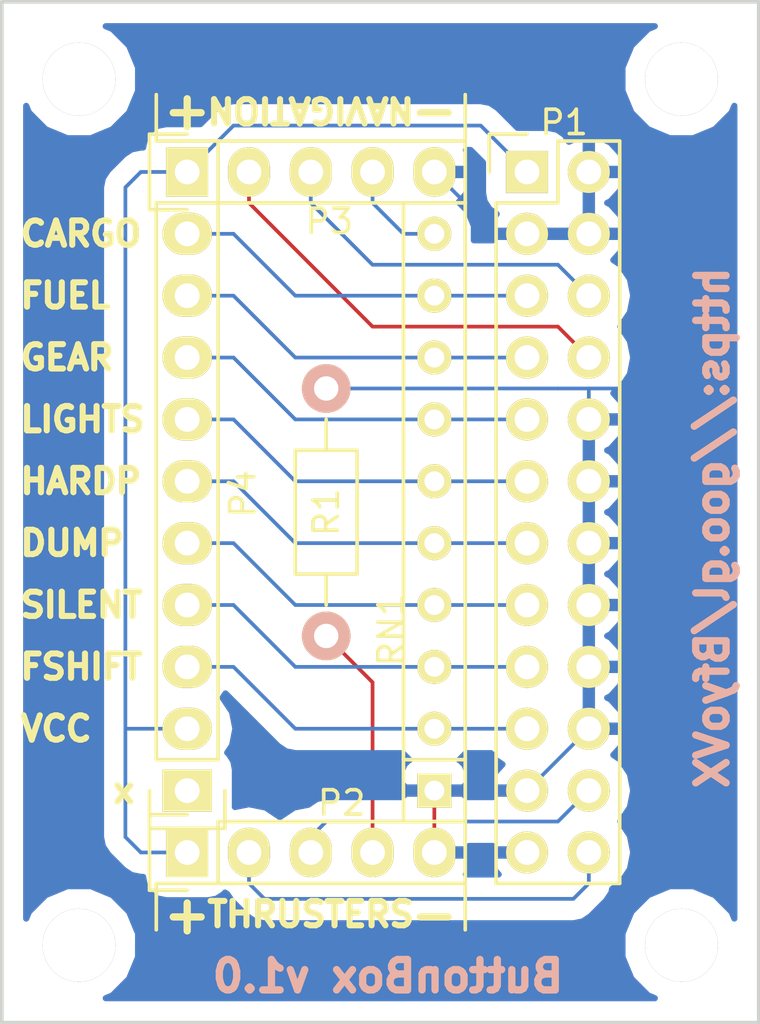
<source format=kicad_pcb>
(kicad_pcb (version 4) (host pcbnew "(2015-12-02 BZR 6341, Git dd06abf)-product")

  (general
    (links 39)
    (no_connects 0)
    (area 110.659743 79.207099 171.906686 121.452901)
    (thickness 1.6002)
    (drawings 29)
    (tracks 86)
    (zones 0)
    (modules 10)
    (nets 17)
  )

  (page A4)
  (layers
    (0 Top signal)
    (31 Bottom signal)
    (36 B.SilkS user)
    (37 F.SilkS user)
    (38 B.Mask user)
    (39 F.Mask user)
    (41 Cmts.User user)
    (44 Edge.Cuts user)
  )

  (setup
    (last_trace_width 0.1524)
    (trace_clearance 0.1524)
    (zone_clearance 0.8)
    (zone_45_only no)
    (trace_min 0.1524)
    (segment_width 0.15)
    (edge_width 0.15)
    (via_size 0.6858)
    (via_drill 0.3302)
    (via_min_size 0.6858)
    (via_min_drill 0.3302)
    (uvia_size 0.762)
    (uvia_drill 0.508)
    (uvias_allowed no)
    (uvia_min_size 0)
    (uvia_min_drill 0)
    (pcb_text_width 0.3)
    (pcb_text_size 1.5 1.5)
    (mod_edge_width 0.15)
    (mod_text_size 1 1)
    (mod_text_width 0.15)
    (pad_size 1.524 1.524)
    (pad_drill 0.762)
    (pad_to_mask_clearance 0.2)
    (aux_axis_origin 0 0)
    (visible_elements 7FFFFFFF)
    (pcbplotparams
      (layerselection 0x010f0_80000001)
      (usegerberextensions true)
      (excludeedgelayer true)
      (linewidth 0.100000)
      (plotframeref false)
      (viasonmask false)
      (mode 1)
      (useauxorigin false)
      (hpglpennumber 1)
      (hpglpenspeed 20)
      (hpglpendiameter 15)
      (hpglpenoverlay 2)
      (psnegative false)
      (psa4output false)
      (plotreference true)
      (plotvalue true)
      (plotinvisibletext false)
      (padsonsilk false)
      (subtractmaskfromsilk false)
      (outputformat 1)
      (mirror false)
      (drillshape 0)
      (scaleselection 1)
      (outputdirectory Gerbers/))
  )

  (net 0 "")
  (net 1 VCC)
  (net 2 /THRUST_X)
  (net 3 /THRUST_Y)
  (net 4 /SW_THRUSTCLICK)
  (net 5 GND)
  (net 6 /NAV_X)
  (net 7 /NAV_Y)
  (net 8 /SW_NAVCLICK)
  (net 9 /SW_SHIFT)
  (net 10 /SW_LIGHTS)
  (net 11 /SW_SILENT)
  (net 12 /SW_LANDING)
  (net 13 /SW_DUMP)
  (net 14 /SW_FUEL)
  (net 15 /SW_DEPLOY)
  (net 16 /SW_CARGO)

  (net_class Default "This is the default net class."
    (clearance 0.1524)
    (trace_width 0.1524)
    (via_dia 0.6858)
    (via_drill 0.3302)
    (uvia_dia 0.762)
    (uvia_drill 0.508)
    (add_net /NAV_X)
    (add_net /NAV_Y)
    (add_net /SW_CARGO)
    (add_net /SW_DEPLOY)
    (add_net /SW_DUMP)
    (add_net /SW_FUEL)
    (add_net /SW_LANDING)
    (add_net /SW_LIGHTS)
    (add_net /SW_NAVCLICK)
    (add_net /SW_SHIFT)
    (add_net /SW_SILENT)
    (add_net /SW_THRUSTCLICK)
    (add_net /THRUST_X)
    (add_net /THRUST_Y)
    (add_net GND)
    (add_net VCC)
  )

  (module Mounting_Holes:MountingHole_3mm (layer Top) (tedit 5680616E) (tstamp 5683DA98)
    (at 153.67 82.55)
    (descr "Mounting hole, Befestigungsbohrung, 3mm, No Annular, Kein Restring,")
    (tags "Mounting hole, Befestigungsbohrung, 3mm, No Annular, Kein Restring,")
    (fp_text reference REF** (at 5.715 1.27) (layer F.SilkS) hide
      (effects (font (size 1 1) (thickness 0.15)))
    )
    (fp_text value MountingHole_3mm (at 10.795 0) (layer F.Fab)
      (effects (font (size 1 1) (thickness 0.15)))
    )
    (fp_circle (center 0 0) (end 3 0) (layer Cmts.User) (width 0.381))
    (pad 1 thru_hole circle (at 0 0) (size 3 3) (drill 3) (layers))
  )

  (module Pin_Headers:Pin_Header_Straight_2x12 (layer Top) (tedit 568062F8) (tstamp 5680513D)
    (at 147.32 86.36)
    (descr "Through hole pin header")
    (tags "pin header")
    (path /56804828)
    (fp_text reference P1 (at 1.524 -2.032) (layer F.SilkS)
      (effects (font (size 1 1) (thickness 0.15)))
    )
    (fp_text value CONN_02X12 (at 5.08 14.605 90) (layer F.Fab)
      (effects (font (size 1 1) (thickness 0.15)))
    )
    (fp_line (start -1.75 -1.75) (end -1.75 29.7) (layer F.CrtYd) (width 0.05))
    (fp_line (start 4.3 -1.75) (end 4.3 29.7) (layer F.CrtYd) (width 0.05))
    (fp_line (start -1.75 -1.75) (end 4.3 -1.75) (layer F.CrtYd) (width 0.05))
    (fp_line (start -1.75 29.7) (end 4.3 29.7) (layer F.CrtYd) (width 0.05))
    (fp_line (start 3.81 29.21) (end 3.81 -1.27) (layer F.SilkS) (width 0.15))
    (fp_line (start -1.27 1.27) (end -1.27 29.21) (layer F.SilkS) (width 0.15))
    (fp_line (start 3.81 29.21) (end -1.27 29.21) (layer F.SilkS) (width 0.15))
    (fp_line (start 3.81 -1.27) (end 1.27 -1.27) (layer F.SilkS) (width 0.15))
    (fp_line (start 0 -1.55) (end -1.55 -1.55) (layer F.SilkS) (width 0.15))
    (fp_line (start 1.27 -1.27) (end 1.27 1.27) (layer F.SilkS) (width 0.15))
    (fp_line (start 1.27 1.27) (end -1.27 1.27) (layer F.SilkS) (width 0.15))
    (fp_line (start -1.55 -1.55) (end -1.55 0) (layer F.SilkS) (width 0.15))
    (pad 1 thru_hole rect (at 0 0) (size 1.7272 1.7272) (drill 1.016) (layers *.Cu *.Mask F.SilkS)
      (net 1 VCC))
    (pad 2 thru_hole oval (at 2.54 0) (size 1.7272 1.7272) (drill 1.016) (layers *.Cu *.Mask F.SilkS)
      (net 5 GND))
    (pad 3 thru_hole oval (at 0 2.54) (size 1.7272 1.7272) (drill 1.016) (layers *.Cu *.Mask F.SilkS)
      (net 5 GND))
    (pad 4 thru_hole oval (at 2.54 2.54) (size 1.7272 1.7272) (drill 1.016) (layers *.Cu *.Mask F.SilkS)
      (net 5 GND))
    (pad 5 thru_hole oval (at 0 5.08) (size 1.7272 1.7272) (drill 1.016) (layers *.Cu *.Mask F.SilkS)
      (net 16 /SW_CARGO))
    (pad 6 thru_hole oval (at 2.54 5.08) (size 1.7272 1.7272) (drill 1.016) (layers *.Cu *.Mask F.SilkS)
      (net 7 /NAV_Y))
    (pad 7 thru_hole oval (at 0 7.62) (size 1.7272 1.7272) (drill 1.016) (layers *.Cu *.Mask F.SilkS)
      (net 14 /SW_FUEL))
    (pad 8 thru_hole oval (at 2.54 7.62) (size 1.7272 1.7272) (drill 1.016) (layers *.Cu *.Mask F.SilkS)
      (net 6 /NAV_X))
    (pad 9 thru_hole oval (at 0 10.16) (size 1.7272 1.7272) (drill 1.016) (layers *.Cu *.Mask F.SilkS)
      (net 12 /SW_LANDING))
    (pad 10 thru_hole oval (at 2.54 10.16) (size 1.7272 1.7272) (drill 1.016) (layers *.Cu *.Mask F.SilkS)
      (net 5 GND))
    (pad 11 thru_hole oval (at 0 12.7) (size 1.7272 1.7272) (drill 1.016) (layers *.Cu *.Mask F.SilkS)
      (net 10 /SW_LIGHTS))
    (pad 12 thru_hole oval (at 2.54 12.7) (size 1.7272 1.7272) (drill 1.016) (layers *.Cu *.Mask F.SilkS)
      (net 5 GND))
    (pad 13 thru_hole oval (at 0 15.24) (size 1.7272 1.7272) (drill 1.016) (layers *.Cu *.Mask F.SilkS)
      (net 15 /SW_DEPLOY))
    (pad 14 thru_hole oval (at 2.54 15.24) (size 1.7272 1.7272) (drill 1.016) (layers *.Cu *.Mask F.SilkS)
      (net 5 GND))
    (pad 15 thru_hole oval (at 0 17.78) (size 1.7272 1.7272) (drill 1.016) (layers *.Cu *.Mask F.SilkS)
      (net 13 /SW_DUMP))
    (pad 16 thru_hole oval (at 2.54 17.78) (size 1.7272 1.7272) (drill 1.016) (layers *.Cu *.Mask F.SilkS)
      (net 5 GND))
    (pad 17 thru_hole oval (at 0 20.32) (size 1.7272 1.7272) (drill 1.016) (layers *.Cu *.Mask F.SilkS)
      (net 11 /SW_SILENT))
    (pad 18 thru_hole oval (at 2.54 20.32) (size 1.7272 1.7272) (drill 1.016) (layers *.Cu *.Mask F.SilkS)
      (net 5 GND))
    (pad 19 thru_hole oval (at 0 22.86) (size 1.7272 1.7272) (drill 1.016) (layers *.Cu *.Mask F.SilkS)
      (net 9 /SW_SHIFT))
    (pad 20 thru_hole oval (at 2.54 22.86) (size 1.7272 1.7272) (drill 1.016) (layers *.Cu *.Mask F.SilkS)
      (net 5 GND))
    (pad 21 thru_hole oval (at 0 25.4) (size 1.7272 1.7272) (drill 1.016) (layers *.Cu *.Mask F.SilkS)
      (net 5 GND))
    (pad 22 thru_hole oval (at 2.54 25.4) (size 1.7272 1.7272) (drill 1.016) (layers *.Cu *.Mask F.SilkS)
      (net 3 /THRUST_Y))
    (pad 23 thru_hole oval (at 0 27.94) (size 1.7272 1.7272) (drill 1.016) (layers *.Cu *.Mask F.SilkS)
      (net 5 GND))
    (pad 24 thru_hole oval (at 2.54 27.94) (size 1.7272 1.7272) (drill 1.016) (layers *.Cu *.Mask F.SilkS)
      (net 2 /THRUST_X))
    (model Pin_Headers.3dshapes/Pin_Header_Straight_2x12.wrl
      (at (xyz 0.05 -0.55 0))
      (scale (xyz 1 1 1))
      (rotate (xyz 0 0 90))
    )
  )

  (module Resistors_ThroughHole:Resistor_Array_SIP9 (layer Top) (tedit 568062EF) (tstamp 567F0A09)
    (at 143.51 100.33 90)
    (descr "Connecteur 10 pins")
    (tags "CONN DEV")
    (path /567C6DF8)
    (fp_text reference RN1 (at -4.826 -1.778 90) (layer F.SilkS)
      (effects (font (size 1 1) (thickness 0.15)))
    )
    (fp_text value 220 (at 16.51 0 180) (layer F.Fab)
      (effects (font (size 1 1) (thickness 0.15)))
    )
    (fp_line (start -12.7 1.27) (end -12.7 -1.27) (layer F.SilkS) (width 0.15))
    (fp_line (start -12.7 -1.27) (end 12.7 -1.27) (layer F.SilkS) (width 0.15))
    (fp_line (start 12.7 -1.27) (end 12.7 1.27) (layer F.SilkS) (width 0.15))
    (fp_line (start 12.7 1.27) (end -12.7 1.27) (layer F.SilkS) (width 0.15))
    (fp_line (start -10.16 1.27) (end -10.16 -1.27) (layer F.SilkS) (width 0.15))
    (pad 1 thru_hole rect (at -11.43 0 90) (size 1.397 1.397) (drill 0.8128) (layers *.Cu *.Mask F.SilkS)
      (net 5 GND))
    (pad 2 thru_hole circle (at -8.89 0 90) (size 1.397 1.397) (drill 0.8128) (layers *.Cu *.Mask F.SilkS)
      (net 9 /SW_SHIFT))
    (pad 3 thru_hole circle (at -6.35 0 90) (size 1.397 1.397) (drill 0.8128) (layers *.Cu *.Mask F.SilkS)
      (net 11 /SW_SILENT))
    (pad 4 thru_hole circle (at -3.81 0 90) (size 1.397 1.397) (drill 0.8128) (layers *.Cu *.Mask F.SilkS)
      (net 13 /SW_DUMP))
    (pad 5 thru_hole circle (at -1.27 0 90) (size 1.397 1.397) (drill 0.8128) (layers *.Cu *.Mask F.SilkS)
      (net 15 /SW_DEPLOY))
    (pad 6 thru_hole circle (at 1.27 0 90) (size 1.397 1.397) (drill 0.8128) (layers *.Cu *.Mask F.SilkS)
      (net 10 /SW_LIGHTS))
    (pad 7 thru_hole circle (at 3.81 0 90) (size 1.397 1.397) (drill 0.8128) (layers *.Cu *.Mask F.SilkS)
      (net 12 /SW_LANDING))
    (pad 8 thru_hole circle (at 6.35 0 90) (size 1.397 1.397) (drill 0.8128) (layers *.Cu *.Mask F.SilkS)
      (net 14 /SW_FUEL))
    (pad 9 thru_hole circle (at 8.89 0 90) (size 1.397 1.397) (drill 0.8128) (layers *.Cu *.Mask F.SilkS)
      (net 16 /SW_CARGO))
    (pad 10 thru_hole circle (at 11.43 0 90) (size 1.397 1.397) (drill 0.8128) (layers *.Cu *.Mask F.SilkS)
      (net 8 /SW_NAVCLICK))
    (model Resistors_ThroughHole.3dshapes/Resistor_Array_SIP9.wrl
      (at (xyz 0 0 0))
      (scale (xyz 1 1 1))
      (rotate (xyz 0 0 0))
    )
  )

  (module Resistors_ThroughHole:Resistor_Horizontal_RM10mm (layer Top) (tedit 568061EE) (tstamp 56805172)
    (at 139.065 100.33 90)
    (descr "Resistor, Axial,  RM 10mm, 1/3W,")
    (tags "Resistor, Axial, RM 10mm, 1/3W,")
    (path /568120F5)
    (fp_text reference R1 (at 0 0 270) (layer F.SilkS)
      (effects (font (size 1 1) (thickness 0.15)))
    )
    (fp_text value 220 (at 0 0 90) (layer F.Fab)
      (effects (font (size 1 1) (thickness 0.15)))
    )
    (fp_line (start -2.54 -1.27) (end 2.54 -1.27) (layer F.SilkS) (width 0.15))
    (fp_line (start 2.54 -1.27) (end 2.54 1.27) (layer F.SilkS) (width 0.15))
    (fp_line (start 2.54 1.27) (end -2.54 1.27) (layer F.SilkS) (width 0.15))
    (fp_line (start -2.54 1.27) (end -2.54 -1.27) (layer F.SilkS) (width 0.15))
    (fp_line (start -2.54 0) (end -3.81 0) (layer F.SilkS) (width 0.15))
    (fp_line (start 2.54 0) (end 3.81 0) (layer F.SilkS) (width 0.15))
    (pad 1 thru_hole circle (at -5.08 0 90) (size 1.99898 1.99898) (drill 1.00076) (layers *.Cu *.SilkS *.Mask)
      (net 4 /SW_THRUSTCLICK))
    (pad 2 thru_hole circle (at 5.08 0 90) (size 1.99898 1.99898) (drill 1.00076) (layers *.Cu *.SilkS *.Mask)
      (net 5 GND))
    (model Resistors_ThroughHole.3dshapes/Resistor_Horizontal_RM10mm.wrl
      (at (xyz 0 0 0))
      (scale (xyz 0.4 0.4 0.4))
      (rotate (xyz 0 0 0))
    )
  )

  (module Mounting_Holes:MountingHole_3mm (layer Top) (tedit 5680617F) (tstamp 5683DAB8)
    (at 153.67 118.11)
    (descr "Mounting hole, Befestigungsbohrung, 3mm, No Annular, Kein Restring,")
    (tags "Mounting hole, Befestigungsbohrung, 3mm, No Annular, Kein Restring,")
    (fp_text reference REF** (at 5.715 1.27) (layer F.SilkS) hide
      (effects (font (size 1 1) (thickness 0.15)))
    )
    (fp_text value MountingHole_3mm (at 10.795 0) (layer F.Fab)
      (effects (font (size 1 1) (thickness 0.15)))
    )
    (fp_circle (center 0 0) (end 3 0) (layer Cmts.User) (width 0.381))
    (pad 1 thru_hole circle (at 0 0) (size 3 3) (drill 3) (layers))
  )

  (module Mounting_Holes:MountingHole_3mm (layer Top) (tedit 56806387) (tstamp 5683DAC3)
    (at 128.905 118.11)
    (descr "Mounting hole, Befestigungsbohrung, 3mm, No Annular, Kein Restring,")
    (tags "Mounting hole, Befestigungsbohrung, 3mm, No Annular, Kein Restring,")
    (fp_text reference REF** (at -15.875 1.27) (layer F.SilkS) hide
      (effects (font (size 1 1) (thickness 0.15)))
    )
    (fp_text value MountingHole_3mm (at -10.795 0) (layer F.Fab)
      (effects (font (size 1 1) (thickness 0.15)))
    )
    (fp_circle (center 0 0) (end 3 0) (layer Cmts.User) (width 0.381))
    (pad 1 thru_hole circle (at 0 0) (size 3 3) (drill 3) (layers))
  )

  (module Mounting_Holes:MountingHole_3mm (layer Top) (tedit 56806173) (tstamp 5683DAE7)
    (at 128.905 82.55)
    (descr "Mounting hole, Befestigungsbohrung, 3mm, No Annular, Kein Restring,")
    (tags "Mounting hole, Befestigungsbohrung, 3mm, No Annular, Kein Restring,")
    (fp_text reference REF** (at -15.875 1.27) (layer F.SilkS) hide
      (effects (font (size 1 1) (thickness 0.15)))
    )
    (fp_text value MountingHole_3mm (at -10.795 0) (layer F.Fab)
      (effects (font (size 1 1) (thickness 0.15)))
    )
    (fp_circle (center 0 0) (end 3 0) (layer Cmts.User) (width 0.381))
    (pad 1 thru_hole circle (at 0 0) (size 3 3) (drill 3) (layers))
  )

  (module Pin_Headers:Pin_Header_Straight_1x05 (layer Top) (tedit 568064F7) (tstamp 5687597F)
    (at 133.35 114.3 90)
    (descr "Through hole pin header")
    (tags "pin header")
    (path /567B326D)
    (fp_text reference P2 (at 2.032 6.35 180) (layer F.SilkS)
      (effects (font (size 1 1) (thickness 0.15)))
    )
    (fp_text value JOY_THRUST (at -4.445 6.985 180) (layer F.Fab) hide
      (effects (font (size 1 1) (thickness 0.15)))
    )
    (fp_line (start -1.55 0) (end -1.55 -1.55) (layer F.SilkS) (width 0.15))
    (fp_line (start -1.55 -1.55) (end 1.55 -1.55) (layer F.SilkS) (width 0.15))
    (fp_line (start 1.55 -1.55) (end 1.55 0) (layer F.SilkS) (width 0.15))
    (fp_line (start -1.75 -1.75) (end -1.75 11.95) (layer F.CrtYd) (width 0.05))
    (fp_line (start 1.75 -1.75) (end 1.75 11.95) (layer F.CrtYd) (width 0.05))
    (fp_line (start -1.75 -1.75) (end 1.75 -1.75) (layer F.CrtYd) (width 0.05))
    (fp_line (start -1.75 11.95) (end 1.75 11.95) (layer F.CrtYd) (width 0.05))
    (fp_line (start 1.27 1.27) (end 1.27 11.43) (layer F.SilkS) (width 0.15))
    (fp_line (start 1.27 11.43) (end -1.27 11.43) (layer F.SilkS) (width 0.15))
    (fp_line (start -1.27 11.43) (end -1.27 1.27) (layer F.SilkS) (width 0.15))
    (fp_line (start 1.27 1.27) (end -1.27 1.27) (layer F.SilkS) (width 0.15))
    (pad 1 thru_hole rect (at 0 0 90) (size 2.032 1.7272) (drill 1.016) (layers *.Cu *.Mask F.SilkS)
      (net 1 VCC))
    (pad 2 thru_hole oval (at 0 2.54 90) (size 2.032 1.7272) (drill 1.016) (layers *.Cu *.Mask F.SilkS)
      (net 2 /THRUST_X))
    (pad 3 thru_hole oval (at 0 5.08 90) (size 2.032 1.7272) (drill 1.016) (layers *.Cu *.Mask F.SilkS)
      (net 3 /THRUST_Y))
    (pad 4 thru_hole oval (at 0 7.62 90) (size 2.032 1.7272) (drill 1.016) (layers *.Cu *.Mask F.SilkS)
      (net 4 /SW_THRUSTCLICK))
    (pad 5 thru_hole oval (at 0 10.16 90) (size 2.032 1.7272) (drill 1.016) (layers *.Cu *.Mask F.SilkS)
      (net 5 GND))
    (model Pin_Headers.3dshapes/Pin_Header_Straight_1x05.wrl
      (at (xyz 0 -0.2 0))
      (scale (xyz 1 1 1))
      (rotate (xyz 0 0 90))
    )
  )

  (module Pin_Headers:Pin_Header_Straight_1x05 (layer Top) (tedit 56806502) (tstamp 56875992)
    (at 133.35 86.36 90)
    (descr "Through hole pin header")
    (tags "pin header")
    (path /567B521F)
    (fp_text reference P3 (at -2.032 5.842 180) (layer F.SilkS)
      (effects (font (size 1 1) (thickness 0.15)))
    )
    (fp_text value JOY_NAVI (at 3.81 6.35 180) (layer F.Fab) hide
      (effects (font (size 1 1) (thickness 0.15)))
    )
    (fp_line (start -1.55 0) (end -1.55 -1.55) (layer F.SilkS) (width 0.15))
    (fp_line (start -1.55 -1.55) (end 1.55 -1.55) (layer F.SilkS) (width 0.15))
    (fp_line (start 1.55 -1.55) (end 1.55 0) (layer F.SilkS) (width 0.15))
    (fp_line (start -1.75 -1.75) (end -1.75 11.95) (layer F.CrtYd) (width 0.05))
    (fp_line (start 1.75 -1.75) (end 1.75 11.95) (layer F.CrtYd) (width 0.05))
    (fp_line (start -1.75 -1.75) (end 1.75 -1.75) (layer F.CrtYd) (width 0.05))
    (fp_line (start -1.75 11.95) (end 1.75 11.95) (layer F.CrtYd) (width 0.05))
    (fp_line (start 1.27 1.27) (end 1.27 11.43) (layer F.SilkS) (width 0.15))
    (fp_line (start 1.27 11.43) (end -1.27 11.43) (layer F.SilkS) (width 0.15))
    (fp_line (start -1.27 11.43) (end -1.27 1.27) (layer F.SilkS) (width 0.15))
    (fp_line (start 1.27 1.27) (end -1.27 1.27) (layer F.SilkS) (width 0.15))
    (pad 1 thru_hole rect (at 0 0 90) (size 2.032 1.7272) (drill 1.016) (layers *.Cu *.Mask F.SilkS)
      (net 1 VCC))
    (pad 2 thru_hole oval (at 0 2.54 90) (size 2.032 1.7272) (drill 1.016) (layers *.Cu *.Mask F.SilkS)
      (net 6 /NAV_X))
    (pad 3 thru_hole oval (at 0 5.08 90) (size 2.032 1.7272) (drill 1.016) (layers *.Cu *.Mask F.SilkS)
      (net 7 /NAV_Y))
    (pad 4 thru_hole oval (at 0 7.62 90) (size 2.032 1.7272) (drill 1.016) (layers *.Cu *.Mask F.SilkS)
      (net 8 /SW_NAVCLICK))
    (pad 5 thru_hole oval (at 0 10.16 90) (size 2.032 1.7272) (drill 1.016) (layers *.Cu *.Mask F.SilkS)
      (net 5 GND))
    (model Pin_Headers.3dshapes/Pin_Header_Straight_1x05.wrl
      (at (xyz 0 -0.2 0))
      (scale (xyz 1 1 1))
      (rotate (xyz 0 0 90))
    )
  )

  (module Pin_Headers:Pin_Header_Straight_1x10 (layer Top) (tedit 568062E2) (tstamp 568759A5)
    (at 133.35 111.76 180)
    (descr "Through hole pin header")
    (tags "pin header")
    (path /568096FB)
    (fp_text reference P4 (at -2.286 12.192 270) (layer F.SilkS)
      (effects (font (size 1 1) (thickness 0.15)))
    )
    (fp_text value CONN_01X10 (at 0 -3.1 180) (layer F.Fab)
      (effects (font (size 1 1) (thickness 0.15)))
    )
    (fp_line (start -1.75 -1.75) (end -1.75 24.65) (layer F.CrtYd) (width 0.05))
    (fp_line (start 1.75 -1.75) (end 1.75 24.65) (layer F.CrtYd) (width 0.05))
    (fp_line (start -1.75 -1.75) (end 1.75 -1.75) (layer F.CrtYd) (width 0.05))
    (fp_line (start -1.75 24.65) (end 1.75 24.65) (layer F.CrtYd) (width 0.05))
    (fp_line (start 1.27 1.27) (end 1.27 24.13) (layer F.SilkS) (width 0.15))
    (fp_line (start 1.27 24.13) (end -1.27 24.13) (layer F.SilkS) (width 0.15))
    (fp_line (start -1.27 24.13) (end -1.27 1.27) (layer F.SilkS) (width 0.15))
    (fp_line (start 1.55 -1.55) (end 1.55 0) (layer F.SilkS) (width 0.15))
    (fp_line (start 1.27 1.27) (end -1.27 1.27) (layer F.SilkS) (width 0.15))
    (fp_line (start -1.55 0) (end -1.55 -1.55) (layer F.SilkS) (width 0.15))
    (fp_line (start -1.55 -1.55) (end 1.55 -1.55) (layer F.SilkS) (width 0.15))
    (pad 1 thru_hole rect (at 0 0 180) (size 2.032 1.7272) (drill 1.016) (layers *.Cu *.Mask F.SilkS))
    (pad 2 thru_hole oval (at 0 2.54 180) (size 2.032 1.7272) (drill 1.016) (layers *.Cu *.Mask F.SilkS)
      (net 1 VCC))
    (pad 3 thru_hole oval (at 0 5.08 180) (size 2.032 1.7272) (drill 1.016) (layers *.Cu *.Mask F.SilkS)
      (net 9 /SW_SHIFT))
    (pad 4 thru_hole oval (at 0 7.62 180) (size 2.032 1.7272) (drill 1.016) (layers *.Cu *.Mask F.SilkS)
      (net 11 /SW_SILENT))
    (pad 5 thru_hole oval (at 0 10.16 180) (size 2.032 1.7272) (drill 1.016) (layers *.Cu *.Mask F.SilkS)
      (net 13 /SW_DUMP))
    (pad 6 thru_hole oval (at 0 12.7 180) (size 2.032 1.7272) (drill 1.016) (layers *.Cu *.Mask F.SilkS)
      (net 15 /SW_DEPLOY))
    (pad 7 thru_hole oval (at 0 15.24 180) (size 2.032 1.7272) (drill 1.016) (layers *.Cu *.Mask F.SilkS)
      (net 10 /SW_LIGHTS))
    (pad 8 thru_hole oval (at 0 17.78 180) (size 2.032 1.7272) (drill 1.016) (layers *.Cu *.Mask F.SilkS)
      (net 12 /SW_LANDING))
    (pad 9 thru_hole oval (at 0 20.32 180) (size 2.032 1.7272) (drill 1.016) (layers *.Cu *.Mask F.SilkS)
      (net 14 /SW_FUEL))
    (pad 10 thru_hole oval (at 0 22.86 180) (size 2.032 1.7272) (drill 1.016) (layers *.Cu *.Mask F.SilkS)
      (net 16 /SW_CARGO))
    (model Pin_Headers.3dshapes/Pin_Header_Straight_1x10.wrl
      (at (xyz 0 -0.45 0))
      (scale (xyz 1 1 1))
      (rotate (xyz 0 0 90))
    )
  )

  (gr_text x (at 130.175 111.76) (layer F.SilkS)
    (effects (font (size 1 1) (thickness 0.25)) (justify left))
  )
  (gr_text - (at 143.51 83.82) (layer F.SilkS)
    (effects (font (size 1.5 1.5) (thickness 0.3)))
  )
  (gr_text - (at 143.51 116.84) (layer F.SilkS)
    (effects (font (size 1.5 1.5) (thickness 0.3)))
  )
  (gr_text + (at 133.35 116.84) (layer F.SilkS)
    (effects (font (size 1.5 1.5) (thickness 0.3)))
  )
  (gr_text + (at 133.35 83.82) (layer F.SilkS)
    (effects (font (size 1.5 1.5) (thickness 0.3)))
  )
  (gr_line (start 132.08 115.57) (end 134.62 115.57) (angle 90) (layer F.SilkS) (width 0.15))
  (gr_line (start 132.08 85.09) (end 134.62 85.09) (angle 90) (layer F.SilkS) (width 0.15))
  (gr_line (start 132.08 85.09) (end 132.08 83.185) (angle 90) (layer F.SilkS) (width 0.15))
  (gr_line (start 144.78 85.09) (end 144.78 83.185) (angle 90) (layer F.SilkS) (width 0.15))
  (gr_line (start 144.78 115.57) (end 144.78 117.475) (angle 90) (layer F.SilkS) (width 0.15))
  (gr_line (start 132.08 115.57) (end 132.08 117.475) (angle 90) (layer F.SilkS) (width 0.15))
  (gr_line (start 156.845 121.285) (end 125.73 121.285) (angle 90) (layer Edge.Cuts) (width 0.15))
  (gr_line (start 156.845 79.375) (end 125.73 79.375) (angle 90) (layer Edge.Cuts) (width 0.15))
  (gr_line (start 125.73 109.855) (end 125.73 79.375) (angle 90) (layer Edge.Cuts) (width 0.15))
  (gr_line (start 125.73 121.285) (end 125.73 109.855) (angle 90) (layer Edge.Cuts) (width 0.15))
  (gr_line (start 156.845 79.375) (end 156.845 121.285) (angle 90) (layer Edge.Cuts) (width 0.15))
  (gr_text VCC (at 126.365 109.22) (layer F.SilkS)
    (effects (font (size 1 1) (thickness 0.25)) (justify left))
  )
  (gr_text https://goo.gl/BfyoVX (at 154.94 100.965 90) (layer B.SilkS)
    (effects (font (size 1.25 1.25) (thickness 0.3)) (justify mirror))
  )
  (gr_text "ButtonBox v1.0" (at 141.605 119.38) (layer B.SilkS)
    (effects (font (size 1.25 1.25) (thickness 0.3)) (justify mirror))
  )
  (gr_text THRUSTERS (at 138.43 116.84) (layer F.SilkS)
    (effects (font (size 1 1) (thickness 0.25)))
  )
  (gr_text NAVIGATION (at 138.43 83.82 180) (layer F.SilkS)
    (effects (font (size 1 1) (thickness 0.25)))
  )
  (gr_text DUMP (at 126.365 101.6) (layer F.SilkS)
    (effects (font (size 1 1) (thickness 0.25)) (justify left))
  )
  (gr_text SILENT (at 126.365 104.14) (layer F.SilkS)
    (effects (font (size 1 1) (thickness 0.25)) (justify left))
  )
  (gr_text FSHIFT (at 126.365 106.68) (layer F.SilkS)
    (effects (font (size 1 1) (thickness 0.25)) (justify left))
  )
  (gr_text HARDP (at 126.365 99.06) (layer F.SilkS)
    (effects (font (size 1 1) (thickness 0.25)) (justify left))
  )
  (gr_text FUEL (at 126.365 91.44) (layer F.SilkS)
    (effects (font (size 1 1) (thickness 0.25)) (justify left))
  )
  (gr_text GEAR (at 126.365 93.98) (layer F.SilkS)
    (effects (font (size 1 1) (thickness 0.25)) (justify left))
  )
  (gr_text CARGO (at 126.365 88.9) (layer F.SilkS)
    (effects (font (size 1 1) (thickness 0.25)) (justify left))
  )
  (gr_text LIGHTS (at 126.365 96.52) (layer F.SilkS)
    (effects (font (size 1 1) (thickness 0.25)) (justify left))
  )

  (segment (start 133.35 86.36) (end 135.255 84.455) (width 0.1524) (layer Bottom) (net 1))
  (segment (start 145.415 84.455) (end 147.32 86.36) (width 0.1524) (layer Bottom) (net 1) (tstamp 568219B6))
  (segment (start 135.255 84.455) (end 145.415 84.455) (width 0.1524) (layer Bottom) (net 1) (tstamp 568219B5))
  (segment (start 133.35 109.22) (end 130.81 109.22) (width 0.1524) (layer Bottom) (net 1))
  (segment (start 133.35 86.36) (end 131.445 86.36) (width 0.1524) (layer Bottom) (net 1))
  (segment (start 131.445 114.3) (end 133.35 114.3) (width 0.1524) (layer Bottom) (net 1) (tstamp 568219AD))
  (segment (start 130.81 113.665) (end 131.445 114.3) (width 0.1524) (layer Bottom) (net 1) (tstamp 568219AB))
  (segment (start 130.81 86.995) (end 130.81 109.22) (width 0.1524) (layer Bottom) (net 1) (tstamp 568219A9))
  (segment (start 130.81 109.22) (end 130.81 113.665) (width 0.1524) (layer Bottom) (net 1) (tstamp 568219B3))
  (segment (start 131.445 86.36) (end 130.81 86.995) (width 0.1524) (layer Bottom) (net 1) (tstamp 568219A7))
  (segment (start 135.89 114.3) (end 135.89 115.57) (width 0.1524) (layer Bottom) (net 2))
  (segment (start 136.525 116.205) (end 149.225 116.205) (width 0.1524) (layer Bottom) (net 2) (tstamp 5683DA05))
  (segment (start 135.89 115.57) (end 136.525 116.205) (width 0.1524) (layer Bottom) (net 2) (tstamp 5683DA03))
  (segment (start 149.86 115.57) (end 149.86 114.3) (width 0.1524) (layer Bottom) (net 2) (tstamp 5683D9D0))
  (segment (start 149.225 116.205) (end 149.86 115.57) (width 0.1524) (layer Bottom) (net 2) (tstamp 5683DA09))
  (segment (start 138.43 114.3) (end 138.43 113.665) (width 0.1524) (layer Bottom) (net 3))
  (segment (start 138.43 113.665) (end 139.065 113.03) (width 0.1524) (layer Bottom) (net 3) (tstamp 5683D9FC))
  (segment (start 139.065 113.03) (end 148.59 113.03) (width 0.1524) (layer Bottom) (net 3) (tstamp 5683D9FE))
  (segment (start 148.59 113.03) (end 149.86 111.76) (width 0.1524) (layer Bottom) (net 3) (tstamp 5683D9C6))
  (segment (start 140.97 114.3) (end 140.97 107.315) (width 0.1524) (layer Top) (net 4))
  (segment (start 140.97 107.315) (end 139.065 105.41) (width 0.1524) (layer Top) (net 4) (tstamp 5683D9AC))
  (segment (start 149.86 96.52) (end 149.86 95.25) (width 0.1524) (layer Bottom) (net 5) (status 400000))
  (segment (start 149.86 109.22) (end 147.32 111.76) (width 0.1524) (layer Bottom) (net 5) (status C00000))
  (segment (start 147.32 111.76) (end 143.51 111.76) (width 0.1524) (layer Bottom) (net 5) (tstamp 56875B3E) (status C00000))
  (segment (start 149.86 96.52) (end 149.86 99.06) (width 0.1524) (layer Bottom) (net 5) (status C00000))
  (segment (start 149.86 99.06) (end 149.86 101.6) (width 0.1524) (layer Bottom) (net 5) (tstamp 56875B38) (status C00000))
  (segment (start 149.86 101.6) (end 149.86 104.14) (width 0.1524) (layer Bottom) (net 5) (tstamp 56875B39) (status C00000))
  (segment (start 149.86 104.14) (end 149.86 106.68) (width 0.1524) (layer Bottom) (net 5) (tstamp 56875B3A) (status C00000))
  (segment (start 149.86 106.68) (end 149.86 109.22) (width 0.1524) (layer Bottom) (net 5) (tstamp 56875B3B) (status C00000))
  (segment (start 143.51 114.3) (end 147.32 114.3) (width 0.1524) (layer Bottom) (net 5))
  (segment (start 143.51 111.76) (end 143.51 114.3) (width 0.1524) (layer Top) (net 5))
  (segment (start 148.59 95.25) (end 149.86 95.25) (width 0.1524) (layer Bottom) (net 5))
  (segment (start 148.59 95.25) (end 139.065 95.25) (width 0.1524) (layer Bottom) (net 5))
  (segment (start 149.86 95.25) (end 151.13 95.25) (width 0.1524) (layer Bottom) (net 5) (tstamp 56875B44))
  (segment (start 149.86 88.9) (end 151.13 88.9) (width 0.1524) (layer Bottom) (net 5))
  (segment (start 151.765 94.615) (end 151.765 89.535) (width 0.1524) (layer Bottom) (net 5) (tstamp 5683D9EB))
  (segment (start 151.13 95.25) (end 151.765 94.615) (width 0.1524) (layer Bottom) (net 5) (tstamp 5683D9E9))
  (segment (start 151.13 88.9) (end 151.765 89.535) (width 0.1524) (layer Bottom) (net 5) (tstamp 5683D958))
  (segment (start 147.32 88.9) (end 146.05 88.9) (width 0.1524) (layer Bottom) (net 5))
  (segment (start 146.05 88.9) (end 143.51 86.36) (width 0.1524) (layer Bottom) (net 5) (tstamp 568219B9))
  (segment (start 149.86 88.9) (end 149.86 86.36) (width 0.1524) (layer Bottom) (net 5))
  (segment (start 149.86 88.9) (end 147.32 88.9) (width 0.1524) (layer Bottom) (net 5) (tstamp 56805581))
  (segment (start 135.89 86.36) (end 135.89 87.63) (width 0.1524) (layer Top) (net 6))
  (segment (start 148.59 92.71) (end 149.86 93.98) (width 0.1524) (layer Top) (net 6) (tstamp 5683D954))
  (segment (start 140.97 92.71) (end 148.59 92.71) (width 0.1524) (layer Top) (net 6) (tstamp 5683D952))
  (segment (start 135.89 87.63) (end 140.97 92.71) (width 0.1524) (layer Top) (net 6) (tstamp 5683D950))
  (segment (start 138.43 86.36) (end 138.43 87.63) (width 0.1524) (layer Bottom) (net 7))
  (segment (start 148.59 90.17) (end 149.86 91.44) (width 0.1524) (layer Bottom) (net 7) (tstamp 5683D940))
  (segment (start 140.97 90.17) (end 148.59 90.17) (width 0.1524) (layer Bottom) (net 7) (tstamp 5683D93E))
  (segment (start 138.43 87.63) (end 140.97 90.17) (width 0.1524) (layer Bottom) (net 7) (tstamp 5683D93C))
  (segment (start 140.97 86.36) (end 140.97 87.63) (width 0.1524) (layer Bottom) (net 8))
  (segment (start 142.24 88.9) (end 143.51 88.9) (width 0.1524) (layer Bottom) (net 8) (tstamp 5683D927))
  (segment (start 140.97 87.63) (end 142.24 88.9) (width 0.1524) (layer Bottom) (net 8) (tstamp 5683D925))
  (segment (start 143.51 109.22) (end 137.795 109.22) (width 0.1524) (layer Bottom) (net 9))
  (segment (start 135.255 106.68) (end 133.35 106.68) (width 0.1524) (layer Bottom) (net 9) (tstamp 568219A3))
  (segment (start 137.795 109.22) (end 135.255 106.68) (width 0.1524) (layer Bottom) (net 9) (tstamp 568219A1))
  (segment (start 143.51 109.22) (end 147.32 109.22) (width 0.1524) (layer Bottom) (net 9) (status 10))
  (segment (start 143.51 99.06) (end 137.795 99.06) (width 0.1524) (layer Bottom) (net 10))
  (segment (start 135.255 96.52) (end 133.35 96.52) (width 0.1524) (layer Bottom) (net 10) (tstamp 5682198B))
  (segment (start 137.795 99.06) (end 135.255 96.52) (width 0.1524) (layer Bottom) (net 10) (tstamp 56821989))
  (segment (start 143.51 99.06) (end 147.32 99.06) (width 0.1524) (layer Bottom) (net 10) (status 10))
  (segment (start 143.51 106.68) (end 140.97 106.68) (width 0.1524) (layer Bottom) (net 11))
  (segment (start 137.795 106.68) (end 135.255 104.14) (width 0.1524) (layer Bottom) (net 11) (tstamp 568219E9))
  (segment (start 140.97 106.68) (end 137.795 106.68) (width 0.1524) (layer Bottom) (net 11) (tstamp 568219E8))
  (segment (start 135.255 104.14) (end 133.35 104.14) (width 0.1524) (layer Bottom) (net 11) (tstamp 568219EA))
  (segment (start 143.51 106.68) (end 147.32 106.68) (width 0.1524) (layer Bottom) (net 11) (status 10))
  (segment (start 143.51 96.52) (end 137.795 96.52) (width 0.1524) (layer Bottom) (net 12))
  (segment (start 135.255 93.98) (end 133.35 93.98) (width 0.1524) (layer Bottom) (net 12) (tstamp 56821985))
  (segment (start 137.795 96.52) (end 135.255 93.98) (width 0.1524) (layer Bottom) (net 12) (tstamp 56821983))
  (segment (start 143.51 96.52) (end 147.32 96.52) (width 0.1524) (layer Bottom) (net 12) (status 10))
  (segment (start 143.51 104.14) (end 137.795 104.14) (width 0.1524) (layer Bottom) (net 13))
  (segment (start 135.255 101.6) (end 133.35 101.6) (width 0.1524) (layer Bottom) (net 13) (tstamp 56821997))
  (segment (start 137.795 104.14) (end 135.255 101.6) (width 0.1524) (layer Bottom) (net 13) (tstamp 56821995))
  (segment (start 143.51 104.14) (end 147.32 104.14) (width 0.1524) (layer Bottom) (net 13) (status 10))
  (segment (start 143.51 93.98) (end 137.795 93.98) (width 0.1524) (layer Bottom) (net 14))
  (segment (start 135.255 91.44) (end 133.35 91.44) (width 0.1524) (layer Bottom) (net 14) (tstamp 5682197F))
  (segment (start 137.795 93.98) (end 135.255 91.44) (width 0.1524) (layer Bottom) (net 14) (tstamp 5682197D))
  (segment (start 143.51 93.98) (end 147.32 93.98) (width 0.1524) (layer Bottom) (net 14) (status 10))
  (segment (start 143.51 101.6) (end 137.795 101.6) (width 0.1524) (layer Bottom) (net 15))
  (segment (start 135.255 99.06) (end 133.35 99.06) (width 0.1524) (layer Bottom) (net 15) (tstamp 56821991))
  (segment (start 137.795 101.6) (end 135.255 99.06) (width 0.1524) (layer Bottom) (net 15) (tstamp 5682198F))
  (segment (start 143.51 101.6) (end 147.32 101.6) (width 0.1524) (layer Bottom) (net 15) (status 10))
  (segment (start 143.51 91.44) (end 137.795 91.44) (width 0.1524) (layer Bottom) (net 16))
  (segment (start 135.255 88.9) (end 133.35 88.9) (width 0.1524) (layer Bottom) (net 16) (tstamp 56821979))
  (segment (start 137.795 91.44) (end 135.255 88.9) (width 0.1524) (layer Bottom) (net 16) (tstamp 56821977))
  (segment (start 143.51 91.44) (end 147.32 91.44) (width 0.1524) (layer Bottom) (net 16) (status 10))

  (zone (net 5) (net_name GND) (layer Bottom) (tstamp 56875B35) (hatch edge 0.508)
    (connect_pads (clearance 0.8))
    (min_thickness 0.254)
    (fill yes (arc_segments 16) (thermal_gap 0.508) (thermal_bridge_width 0.508))
    (polygon
      (pts
        (xy 125.73 79.375) (xy 156.845 79.375) (xy 156.845 121.285) (xy 125.73 121.285)
      )
    )
    (filled_polygon
      (pts
        (xy 152.297011 80.49129) (xy 151.613689 81.17342) (xy 151.243422 82.065122) (xy 151.242579 83.030642) (xy 151.61129 83.922989)
        (xy 152.29342 84.606311) (xy 153.185122 84.976578) (xy 154.150642 84.977421) (xy 155.042989 84.60871) (xy 155.726311 83.92658)
        (xy 155.843 83.645562) (xy 155.843 117.013613) (xy 155.72871 116.737011) (xy 155.04658 116.053689) (xy 154.154878 115.683422)
        (xy 153.189358 115.682579) (xy 152.297011 116.05129) (xy 151.613689 116.73342) (xy 151.243422 117.625122) (xy 151.242579 118.590642)
        (xy 151.61129 119.482989) (xy 152.29342 120.166311) (xy 152.574438 120.283) (xy 130.001387 120.283) (xy 130.277989 120.16871)
        (xy 130.961311 119.48658) (xy 131.331578 118.594878) (xy 131.332421 117.629358) (xy 130.96371 116.737011) (xy 130.28158 116.053689)
        (xy 129.389878 115.683422) (xy 128.424358 115.682579) (xy 127.532011 116.05129) (xy 126.848689 116.73342) (xy 126.732 117.014438)
        (xy 126.732 86.995) (xy 129.806799 86.995) (xy 129.8068 86.995005) (xy 129.8068 113.664995) (xy 129.806799 113.665)
        (xy 129.883164 114.048908) (xy 130.10063 114.37437) (xy 130.735628 115.009367) (xy 130.73563 115.00937) (xy 130.98456 115.175699)
        (xy 131.061092 115.226836) (xy 131.445 115.303201) (xy 131.445005 115.3032) (xy 131.541239 115.3032) (xy 131.541239 115.316)
        (xy 131.605878 115.659526) (xy 131.808901 115.975033) (xy 132.118679 116.186696) (xy 132.4864 116.261161) (xy 134.2136 116.261161)
        (xy 134.557126 116.196522) (xy 134.872633 115.993499) (xy 134.90578 115.944987) (xy 134.99868 116.007062) (xy 135.18063 116.27937)
        (xy 135.815628 116.914367) (xy 135.81563 116.91437) (xy 136.141092 117.131836) (xy 136.525 117.208201) (xy 136.525005 117.2082)
        (xy 149.224995 117.2082) (xy 149.225 117.208201) (xy 149.608908 117.131836) (xy 149.93437 116.91437) (xy 150.569367 116.279372)
        (xy 150.56937 116.27937) (xy 150.786836 115.953908) (xy 150.818403 115.795212) (xy 151.161225 115.566145) (xy 151.549379 114.985233)
        (xy 151.68568 114.3) (xy 151.549379 113.614767) (xy 151.161225 113.033855) (xy 151.155456 113.03) (xy 151.161225 113.026145)
        (xy 151.549379 112.445233) (xy 151.68568 111.76) (xy 151.549379 111.074767) (xy 151.161225 110.493855) (xy 150.866844 110.297155)
        (xy 151.142688 109.994947) (xy 151.314958 109.579026) (xy 151.193817 109.347) (xy 149.987 109.347) (xy 149.987 109.367)
        (xy 149.733 109.367) (xy 149.733 109.347) (xy 149.713 109.347) (xy 149.713 109.093) (xy 149.733 109.093)
        (xy 149.733 106.807) (xy 149.987 106.807) (xy 149.987 109.093) (xy 151.193817 109.093) (xy 151.314958 108.860974)
        (xy 151.142688 108.445053) (xy 150.74849 108.013179) (xy 150.613687 107.95) (xy 150.74849 107.886821) (xy 151.142688 107.454947)
        (xy 151.314958 107.039026) (xy 151.193817 106.807) (xy 149.987 106.807) (xy 149.733 106.807) (xy 149.713 106.807)
        (xy 149.713 106.553) (xy 149.733 106.553) (xy 149.733 104.267) (xy 149.987 104.267) (xy 149.987 106.553)
        (xy 151.193817 106.553) (xy 151.314958 106.320974) (xy 151.142688 105.905053) (xy 150.74849 105.473179) (xy 150.613687 105.41)
        (xy 150.74849 105.346821) (xy 151.142688 104.914947) (xy 151.314958 104.499026) (xy 151.193817 104.267) (xy 149.987 104.267)
        (xy 149.733 104.267) (xy 149.713 104.267) (xy 149.713 104.013) (xy 149.733 104.013) (xy 149.733 101.727)
        (xy 149.987 101.727) (xy 149.987 104.013) (xy 151.193817 104.013) (xy 151.314958 103.780974) (xy 151.142688 103.365053)
        (xy 150.74849 102.933179) (xy 150.613687 102.87) (xy 150.74849 102.806821) (xy 151.142688 102.374947) (xy 151.314958 101.959026)
        (xy 151.193817 101.727) (xy 149.987 101.727) (xy 149.733 101.727) (xy 149.713 101.727) (xy 149.713 101.473)
        (xy 149.733 101.473) (xy 149.733 99.187) (xy 149.987 99.187) (xy 149.987 101.473) (xy 151.193817 101.473)
        (xy 151.314958 101.240974) (xy 151.142688 100.825053) (xy 150.74849 100.393179) (xy 150.613687 100.33) (xy 150.74849 100.266821)
        (xy 151.142688 99.834947) (xy 151.314958 99.419026) (xy 151.193817 99.187) (xy 149.987 99.187) (xy 149.733 99.187)
        (xy 149.713 99.187) (xy 149.713 98.933) (xy 149.733 98.933) (xy 149.733 96.647) (xy 149.987 96.647)
        (xy 149.987 98.933) (xy 151.193817 98.933) (xy 151.314958 98.700974) (xy 151.142688 98.285053) (xy 150.74849 97.853179)
        (xy 150.613687 97.79) (xy 150.74849 97.726821) (xy 151.142688 97.294947) (xy 151.314958 96.879026) (xy 151.193817 96.647)
        (xy 149.987 96.647) (xy 149.733 96.647) (xy 149.713 96.647) (xy 149.713 96.393) (xy 149.733 96.393)
        (xy 149.733 96.373) (xy 149.987 96.373) (xy 149.987 96.393) (xy 151.193817 96.393) (xy 151.314958 96.160974)
        (xy 151.142688 95.745053) (xy 150.866844 95.442845) (xy 151.161225 95.246145) (xy 151.549379 94.665233) (xy 151.68568 93.98)
        (xy 151.549379 93.294767) (xy 151.161225 92.713855) (xy 151.155456 92.71) (xy 151.161225 92.706145) (xy 151.549379 92.125233)
        (xy 151.68568 91.44) (xy 151.549379 90.754767) (xy 151.161225 90.173855) (xy 150.866844 89.977155) (xy 151.142688 89.674947)
        (xy 151.314958 89.259026) (xy 151.193817 89.027) (xy 149.987 89.027) (xy 149.987 89.047) (xy 149.733 89.047)
        (xy 149.733 89.027) (xy 147.447 89.027) (xy 147.447 89.047) (xy 147.193 89.047) (xy 147.193 89.027)
        (xy 145.986183 89.027) (xy 145.913193 89.1668) (xy 145.135268 89.1668) (xy 145.135781 88.578087) (xy 144.888835 87.980431)
        (xy 144.510072 87.601006) (xy 144.801954 87.27432) (xy 144.995184 86.721913) (xy 144.850924 86.487) (xy 143.637 86.487)
        (xy 143.637 86.507) (xy 143.383 86.507) (xy 143.383 86.487) (xy 143.363 86.487) (xy 143.363 86.233)
        (xy 143.383 86.233) (xy 143.383 86.213) (xy 143.637 86.213) (xy 143.637 86.233) (xy 144.850924 86.233)
        (xy 144.995184 85.998087) (xy 144.806333 85.4582) (xy 144.99946 85.4582) (xy 145.511239 85.969979) (xy 145.511239 87.2236)
        (xy 145.575878 87.567126) (xy 145.778901 87.882633) (xy 146.074333 88.084494) (xy 146.037312 88.125053) (xy 145.865042 88.540974)
        (xy 145.986183 88.773) (xy 147.193 88.773) (xy 147.193 88.753) (xy 147.447 88.753) (xy 147.447 88.773)
        (xy 149.733 88.773) (xy 149.733 86.487) (xy 149.987 86.487) (xy 149.987 88.773) (xy 151.193817 88.773)
        (xy 151.314958 88.540974) (xy 151.142688 88.125053) (xy 150.74849 87.693179) (xy 150.613687 87.63) (xy 150.74849 87.566821)
        (xy 151.142688 87.134947) (xy 151.314958 86.719026) (xy 151.193817 86.487) (xy 149.987 86.487) (xy 149.733 86.487)
        (xy 149.713 86.487) (xy 149.713 86.233) (xy 149.733 86.233) (xy 149.733 85.025531) (xy 149.987 85.025531)
        (xy 149.987 86.233) (xy 151.193817 86.233) (xy 151.314958 86.000974) (xy 151.142688 85.585053) (xy 150.74849 85.153179)
        (xy 150.219027 84.905032) (xy 149.987 85.025531) (xy 149.733 85.025531) (xy 149.500973 84.905032) (xy 149.042814 85.11976)
        (xy 148.861099 84.837367) (xy 148.551321 84.625704) (xy 148.1836 84.551239) (xy 146.929979 84.551239) (xy 146.12437 83.74563)
        (xy 145.798908 83.528164) (xy 145.415 83.451799) (xy 145.414995 83.4518) (xy 135.255005 83.4518) (xy 135.255 83.451799)
        (xy 134.871092 83.528164) (xy 134.54563 83.74563) (xy 134.545628 83.745633) (xy 133.892422 84.398839) (xy 132.4864 84.398839)
        (xy 132.142874 84.463478) (xy 131.827367 84.666501) (xy 131.615704 84.976279) (xy 131.541239 85.344) (xy 131.541239 85.3568)
        (xy 131.445005 85.3568) (xy 131.445 85.356799) (xy 131.061092 85.433164) (xy 130.73563 85.65063) (xy 130.735628 85.650633)
        (xy 130.10063 86.28563) (xy 129.883164 86.611092) (xy 129.806799 86.995) (xy 126.732 86.995) (xy 126.732 83.646387)
        (xy 126.84629 83.922989) (xy 127.52842 84.606311) (xy 128.420122 84.976578) (xy 129.385642 84.977421) (xy 130.277989 84.60871)
        (xy 130.961311 83.92658) (xy 131.331578 83.034878) (xy 131.332421 82.069358) (xy 130.96371 81.177011) (xy 130.28158 80.493689)
        (xy 130.000562 80.377) (xy 152.573613 80.377)
      )
    )
    (filled_polygon
      (pts
        (xy 145.986183 114.173) (xy 147.193 114.173) (xy 147.193 114.153) (xy 147.447 114.153) (xy 147.447 114.173)
        (xy 147.467 114.173) (xy 147.467 114.427) (xy 147.447 114.427) (xy 147.447 114.447) (xy 147.193 114.447)
        (xy 147.193 114.427) (xy 145.986183 114.427) (xy 145.865042 114.659026) (xy 146.037312 115.074947) (xy 146.153099 115.2018)
        (xy 144.806333 115.2018) (xy 144.995184 114.661913) (xy 144.850924 114.427) (xy 143.637 114.427) (xy 143.637 114.447)
        (xy 143.383 114.447) (xy 143.383 114.427) (xy 143.363 114.427) (xy 143.363 114.173) (xy 143.383 114.173)
        (xy 143.383 114.153) (xy 143.637 114.153) (xy 143.637 114.173) (xy 144.850924 114.173) (xy 144.936775 114.0332)
        (xy 145.913193 114.0332)
      )
    )
    (filled_polygon
      (pts
        (xy 137.085628 109.929367) (xy 137.08563 109.92937) (xy 137.411092 110.146836) (xy 137.795 110.2232) (xy 142.21465 110.2232)
        (xy 142.495876 110.504917) (xy 142.451801 110.523173) (xy 142.273173 110.701802) (xy 142.1765 110.935191) (xy 142.1765 111.47425)
        (xy 142.33525 111.633) (xy 143.383 111.633) (xy 143.383 111.613) (xy 143.637 111.613) (xy 143.637 111.633)
        (xy 144.68475 111.633) (xy 144.8435 111.47425) (xy 144.8435 110.935191) (xy 144.746827 110.701802) (xy 144.568199 110.523173)
        (xy 144.52379 110.504778) (xy 144.80586 110.2232) (xy 145.84308 110.2232) (xy 146.018775 110.486145) (xy 146.313156 110.682845)
        (xy 146.037312 110.985053) (xy 145.865042 111.400974) (xy 145.986183 111.633) (xy 147.193 111.633) (xy 147.193 111.613)
        (xy 147.447 111.613) (xy 147.447 111.633) (xy 147.467 111.633) (xy 147.467 111.887) (xy 147.447 111.887)
        (xy 147.447 111.907) (xy 147.193 111.907) (xy 147.193 111.887) (xy 145.986183 111.887) (xy 145.913193 112.0268)
        (xy 144.82455 112.0268) (xy 144.68475 111.887) (xy 143.637 111.887) (xy 143.637 111.907) (xy 143.383 111.907)
        (xy 143.383 111.887) (xy 142.33525 111.887) (xy 142.19545 112.0268) (xy 139.065005 112.0268) (xy 139.065 112.026799)
        (xy 138.681092 112.103164) (xy 138.35563 112.32063) (xy 138.355628 112.320633) (xy 138.339282 112.336979) (xy 137.744767 112.455235)
        (xy 137.163855 112.843389) (xy 137.16 112.849158) (xy 137.156145 112.843389) (xy 136.575233 112.455235) (xy 135.89 112.318934)
        (xy 135.311161 112.434072) (xy 135.311161 110.8964) (xy 135.246522 110.552874) (xy 135.043499 110.237367) (xy 134.994987 110.20422)
        (xy 135.194765 109.905233) (xy 135.331066 109.22) (xy 135.194765 108.534767) (xy 134.806611 107.953855) (xy 134.800842 107.95)
        (xy 134.806611 107.946145) (xy 134.92509 107.76883)
      )
    )
    (filled_polygon
      (pts
        (xy 139.258748 95.235858) (xy 139.244605 95.25) (xy 139.258748 95.264143) (xy 139.079143 95.443748) (xy 139.065 95.429605)
        (xy 139.050858 95.443748) (xy 138.871253 95.264143) (xy 138.885395 95.25) (xy 138.871253 95.235858) (xy 139.050858 95.056253)
        (xy 139.065 95.070395) (xy 139.079143 95.056253)
      )
    )
  )
)

</source>
